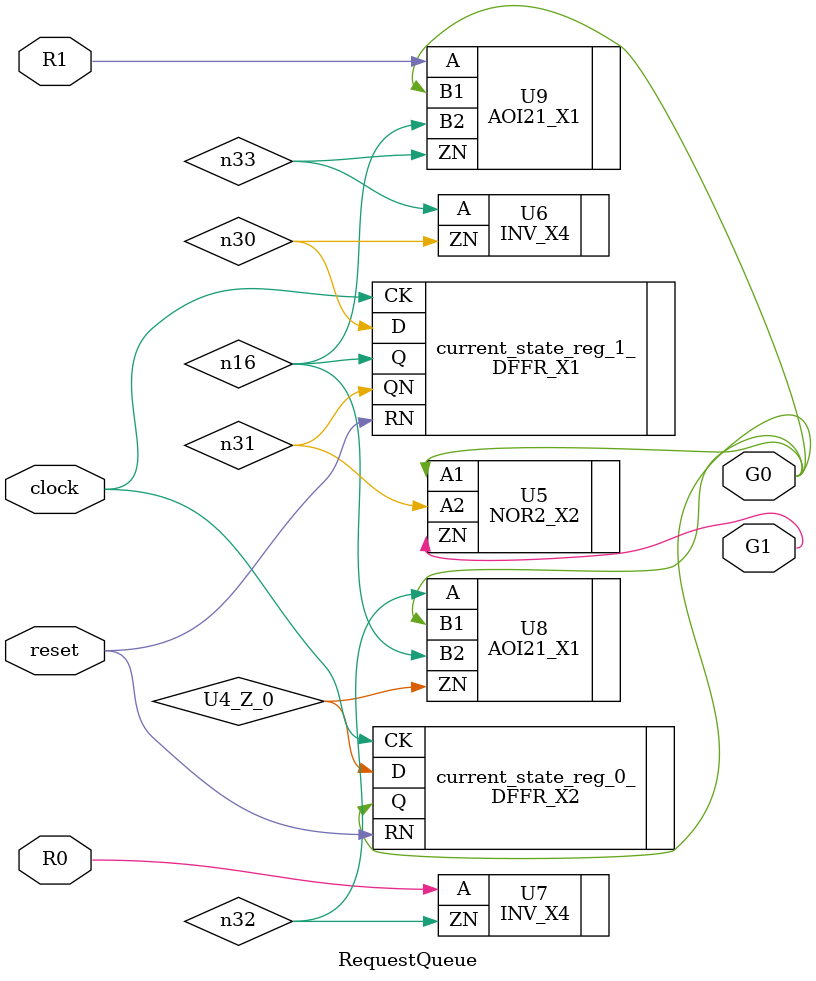
<source format=v>

module RequestQueue ( clock, reset, R0, R1, G0, G1 );
  input clock, reset, R0, R1;
  output G0, G1;
  wire   n16, U4_Z_0, n30, n31, n32, n33;

  DFFR_X1 current_state_reg_1_ ( .D(n30), .CK(clock), .RN(reset), .Q(n16), 
        .QN(n31) );
  NOR2_X2 U5 ( .A1(G0), .A2(n31), .ZN(G1) );
  INV_X4 U6 ( .A(n33), .ZN(n30) );
  INV_X4 U7 ( .A(R0), .ZN(n32) );
  DFFR_X2 current_state_reg_0_ ( .D(U4_Z_0), .CK(clock), .RN(reset), .Q(G0) );
  AOI21_X1 U8 ( .B1(G0), .B2(n16), .A(n32), .ZN(U4_Z_0) );
  AOI21_X1 U9 ( .B1(G0), .B2(n16), .A(R1), .ZN(n33) );
endmodule


</source>
